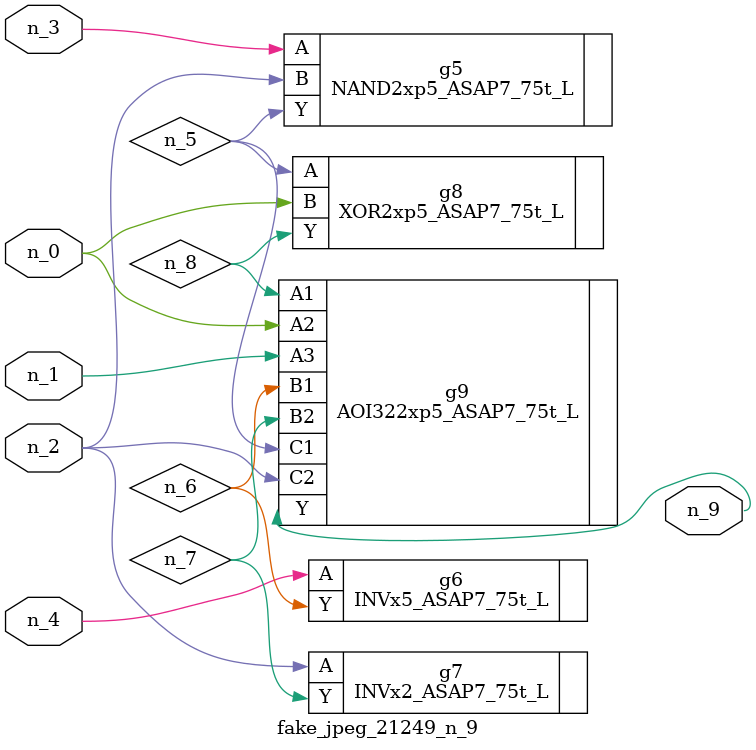
<source format=v>
module fake_jpeg_21249_n_9 (n_3, n_2, n_1, n_0, n_4, n_9);

input n_3;
input n_2;
input n_1;
input n_0;
input n_4;

output n_9;

wire n_8;
wire n_6;
wire n_5;
wire n_7;

NAND2xp5_ASAP7_75t_L g5 ( 
.A(n_3),
.B(n_2),
.Y(n_5)
);

INVx5_ASAP7_75t_L g6 ( 
.A(n_4),
.Y(n_6)
);

INVx2_ASAP7_75t_L g7 ( 
.A(n_2),
.Y(n_7)
);

XOR2xp5_ASAP7_75t_L g8 ( 
.A(n_5),
.B(n_0),
.Y(n_8)
);

AOI322xp5_ASAP7_75t_L g9 ( 
.A1(n_8),
.A2(n_0),
.A3(n_1),
.B1(n_6),
.B2(n_7),
.C1(n_5),
.C2(n_2),
.Y(n_9)
);


endmodule
</source>
